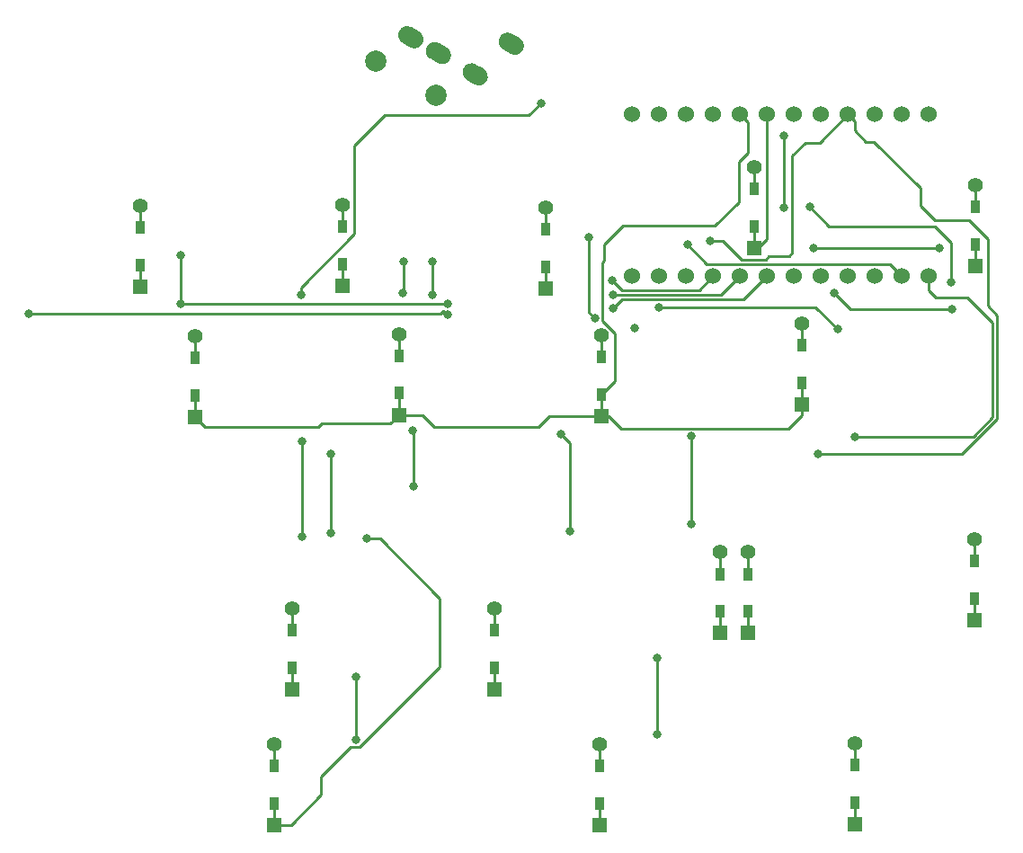
<source format=gbr>
G04 #@! TF.GenerationSoftware,KiCad,Pcbnew,(5.1.6-0-10_14)*
G04 #@! TF.CreationDate,2022-05-29T14:18:20+09:00*
G04 #@! TF.ProjectId,cool936,636f6f6c-3933-4362-9e6b-696361645f70,rev?*
G04 #@! TF.SameCoordinates,Original*
G04 #@! TF.FileFunction,Copper,L1,Top*
G04 #@! TF.FilePolarity,Positive*
%FSLAX46Y46*%
G04 Gerber Fmt 4.6, Leading zero omitted, Abs format (unit mm)*
G04 Created by KiCad (PCBNEW (5.1.6-0-10_14)) date 2022-05-29 14:18:20*
%MOMM*%
%LPD*%
G01*
G04 APERTURE LIST*
G04 #@! TA.AperFunction,SMDPad,CuDef*
%ADD10R,0.950000X1.300000*%
G04 #@! TD*
G04 #@! TA.AperFunction,ComponentPad*
%ADD11R,1.397000X1.397000*%
G04 #@! TD*
G04 #@! TA.AperFunction,ComponentPad*
%ADD12C,1.397000*%
G04 #@! TD*
G04 #@! TA.AperFunction,ComponentPad*
%ADD13C,2.000000*%
G04 #@! TD*
G04 #@! TA.AperFunction,ComponentPad*
%ADD14C,1.524000*%
G04 #@! TD*
G04 #@! TA.AperFunction,ViaPad*
%ADD15C,0.800000*%
G04 #@! TD*
G04 #@! TA.AperFunction,Conductor*
%ADD16C,0.250000*%
G04 #@! TD*
G04 APERTURE END LIST*
D10*
X246980000Y-2565000D03*
D11*
X246980000Y-4600000D03*
D12*
X246980000Y3020000D03*
D10*
X246980000Y985000D03*
X243780000Y-38825000D03*
D11*
X243780000Y-40860000D03*
D12*
X243780000Y-33240000D03*
D10*
X243780000Y-35275000D03*
X201760000Y-56865000D03*
D11*
X201760000Y-58900000D03*
D12*
X201760000Y-51280000D03*
D10*
X201760000Y-53315000D03*
X232570000Y-18385000D03*
D11*
X232570000Y-20420000D03*
D12*
X232570000Y-12800000D03*
D10*
X232570000Y-14835000D03*
X189180000Y-6195000D03*
D11*
X189180000Y-8230000D03*
D12*
X189180000Y-610000D03*
D10*
X189180000Y-2645000D03*
X251440000Y-17285000D03*
D11*
X251440000Y-19320000D03*
D12*
X251440000Y-11700000D03*
D10*
X251440000Y-13735000D03*
X267750000Y-37595000D03*
D11*
X267750000Y-39630000D03*
D12*
X267750000Y-32010000D03*
D10*
X267750000Y-34045000D03*
X256480000Y-56850000D03*
D11*
X256480000Y-58885000D03*
D12*
X256480000Y-51265000D03*
D10*
X256480000Y-53300000D03*
X232390000Y-53365000D03*
D12*
X232390000Y-51330000D03*
D11*
X232390000Y-58950000D03*
D10*
X232390000Y-56915000D03*
X208240000Y-6065000D03*
D11*
X208240000Y-8100000D03*
D12*
X208240000Y-480000D03*
D10*
X208240000Y-2515000D03*
D13*
X217014583Y9775000D03*
X211385417Y13025000D03*
D14*
X263438000Y-7201400D03*
X260898000Y-7201400D03*
X258358000Y-7201400D03*
X255818000Y-7201400D03*
X253278000Y-7201400D03*
X250738000Y-7201400D03*
X248198000Y-7201400D03*
X245658000Y-7201400D03*
X243118000Y-7201400D03*
X240578000Y-7201400D03*
X238038000Y-7201400D03*
X235498000Y-7201400D03*
X235498000Y8018600D03*
X238038000Y8018600D03*
X240578000Y8018600D03*
X243118000Y8018600D03*
X245658000Y8018600D03*
X248198000Y8018600D03*
X250738000Y8018600D03*
X253278000Y8018600D03*
X255818000Y8018600D03*
X258358000Y8018600D03*
X260898000Y8018600D03*
X263438000Y8018600D03*
D10*
X246430000Y-38825000D03*
D11*
X246430000Y-40860000D03*
D12*
X246430000Y-33240000D03*
D10*
X246430000Y-35275000D03*
X194340000Y-18485000D03*
D11*
X194340000Y-20520000D03*
D12*
X194340000Y-12900000D03*
D10*
X194340000Y-14935000D03*
X222500000Y-44145000D03*
D11*
X222500000Y-46180000D03*
D12*
X222500000Y-38560000D03*
D10*
X222500000Y-40595000D03*
X203500000Y-44115000D03*
D11*
X203500000Y-46150000D03*
D12*
X203500000Y-38530000D03*
D10*
X203500000Y-40565000D03*
G04 #@! TA.AperFunction,ComponentPad*
G36*
G01*
X224187690Y15604775D02*
X224880510Y15204775D01*
G75*
G02*
X225191632Y14043653I-425000J-736122D01*
G01*
X225191632Y14043653D01*
G75*
G02*
X224030510Y13732531I-736122J425000D01*
G01*
X223337690Y14132531D01*
G75*
G02*
X223026568Y15293653I425000J736122D01*
G01*
X223026568Y15293653D01*
G75*
G02*
X224187690Y15604775I736122J-425000D01*
G01*
G37*
G04 #@! TD.AperFunction*
G04 #@! TA.AperFunction,ComponentPad*
G36*
G01*
X220788652Y12717469D02*
X221481472Y12317469D01*
G75*
G02*
X221792594Y11156347I-425000J-736122D01*
G01*
X221792594Y11156347D01*
G75*
G02*
X220631472Y10845225I-736122J425000D01*
G01*
X219938652Y11245225D01*
G75*
G02*
X219627530Y12406347I425000J736122D01*
G01*
X219627530Y12406347D01*
G75*
G02*
X220788652Y12717469I736122J-425000D01*
G01*
G37*
G04 #@! TD.AperFunction*
G04 #@! TA.AperFunction,ComponentPad*
G36*
G01*
X217324550Y14717469D02*
X218017370Y14317469D01*
G75*
G02*
X218328492Y13156347I-425000J-736122D01*
G01*
X218328492Y13156347D01*
G75*
G02*
X217167370Y12845225I-736122J425000D01*
G01*
X216474550Y13245225D01*
G75*
G02*
X216163428Y14406347I425000J736122D01*
G01*
X216163428Y14406347D01*
G75*
G02*
X217324550Y14717469I736122J-425000D01*
G01*
G37*
G04 #@! TD.AperFunction*
G04 #@! TA.AperFunction,ComponentPad*
G36*
G01*
X214726474Y16217469D02*
X215419294Y15817469D01*
G75*
G02*
X215730416Y14656347I-425000J-736122D01*
G01*
X215730416Y14656347D01*
G75*
G02*
X214569294Y14345225I-736122J425000D01*
G01*
X213876474Y14745225D01*
G75*
G02*
X213565352Y15906347I425000J736122D01*
G01*
X213565352Y15906347D01*
G75*
G02*
X214726474Y16217469I736122J-425000D01*
G01*
G37*
G04 #@! TD.AperFunction*
X213520000Y-18255000D03*
D11*
X213520000Y-20290000D03*
D12*
X213520000Y-12670000D03*
D10*
X213520000Y-14705000D03*
X227340000Y-6325000D03*
D11*
X227340000Y-8360000D03*
D12*
X227340000Y-740000D03*
D10*
X227340000Y-2775000D03*
X267830000Y-4255000D03*
D11*
X267830000Y-6290000D03*
D12*
X267830000Y1330000D03*
D10*
X267830000Y-705000D03*
D15*
X235760000Y-12140000D03*
X252550000Y-4600000D03*
X264420000Y-4600000D03*
X254570000Y-8840000D03*
X265610000Y-10320000D03*
X249791501Y-768499D03*
X249780000Y6020000D03*
X207080000Y-31419999D03*
X204310000Y-8955000D03*
X210460000Y-31950000D03*
X226890000Y9060000D03*
X207080000Y-23960000D03*
X214900000Y-27000000D03*
X214860000Y-21770000D03*
X213860000Y-8840000D03*
X213940000Y-5850000D03*
X242880000Y-3880000D03*
X252990000Y-24010000D03*
X240710000Y-4280000D03*
X256470000Y-22320000D03*
X178652500Y-10747500D03*
X218140000Y-10880000D03*
X233740000Y-10220000D03*
X192970000Y-9810000D03*
X233700000Y-8970000D03*
X204440000Y-22820000D03*
X209450000Y-50860000D03*
X209460000Y-44950000D03*
X204410000Y-31760000D03*
X218120000Y-9800000D03*
X192970000Y-5260000D03*
X237880000Y-50360000D03*
X228770000Y-22100000D03*
X216650000Y-8960000D03*
X237890000Y-43210000D03*
X216650000Y-5880000D03*
X233630000Y-7600000D03*
X229640000Y-31240000D03*
X241060000Y-22310000D03*
X241060000Y-30590000D03*
X231450000Y-3560000D03*
X231980000Y-11210000D03*
X252230000Y-710000D03*
X238060000Y-10150000D03*
X254830000Y-12190000D03*
X265530000Y-7840000D03*
D16*
X189180000Y-610000D02*
X189180000Y-2645000D01*
X208240000Y-480000D02*
X208240000Y-2515000D01*
X227340000Y-740000D02*
X227340000Y-2775000D01*
X246980000Y3020000D02*
X246980000Y985000D01*
X194340000Y-12900000D02*
X194340000Y-14935000D01*
X213520000Y-12670000D02*
X213520000Y-14705000D01*
X232570000Y-12800000D02*
X232570000Y-14835000D01*
X251440000Y-11700000D02*
X251440000Y-13735000D01*
X267750000Y-32010000D02*
X267750000Y-34045000D01*
X203500000Y-38530000D02*
X203500000Y-40565000D01*
X222500000Y-40595000D02*
X222500000Y-38560000D01*
X243780000Y-35275000D02*
X243780000Y-33240000D01*
X201760000Y-51280000D02*
X201760000Y-53315000D01*
X267830000Y1330000D02*
X267830000Y-705000D01*
X256480000Y-51265000D02*
X256480000Y-53300000D01*
X246430000Y-33240000D02*
X246430000Y-35275000D01*
X232390000Y-51330000D02*
X232390000Y-53365000D01*
X208240000Y-6065000D02*
X208240000Y-8100000D01*
X246980000Y-4600000D02*
X246980000Y-2565000D01*
X189180000Y-8230000D02*
X189180000Y-6195000D01*
X252550000Y-4600000D02*
X264420000Y-4600000D01*
X267830000Y-4255000D02*
X267830000Y-6290000D01*
X227340000Y-6325000D02*
X227340000Y-8360000D01*
X247320000Y-4600000D02*
X246980000Y-4600000D01*
X248198000Y8018600D02*
X248198000Y-3722000D01*
X248198000Y-3722000D02*
X247320000Y-4600000D01*
X232570000Y-20420000D02*
X227650000Y-20420000D01*
X239580000Y-2470000D02*
X240340000Y-2470000D01*
X246410000Y7270000D02*
X246410000Y4400000D01*
X243290000Y-2470000D02*
X239580000Y-2470000D01*
X245530000Y-230000D02*
X243290000Y-2470000D01*
X234590000Y-2470000D02*
X239580000Y-2470000D01*
X245530000Y3520000D02*
X245530000Y-230000D01*
X246410000Y4400000D02*
X245530000Y3520000D01*
X245658000Y8018600D02*
X245661400Y8018600D01*
X245661400Y8018600D02*
X246410000Y7270000D01*
X213520000Y-20290000D02*
X212700000Y-21110000D01*
X232850000Y-5770000D02*
X232850000Y-4210000D01*
X234424999Y-21574999D02*
X233270000Y-20420000D01*
X232705001Y-5914999D02*
X232850000Y-5770000D01*
X233880000Y-17075000D02*
X233880000Y-12595218D01*
X232705001Y-11420219D02*
X232705001Y-5914999D01*
X232570000Y-18385000D02*
X233880000Y-17075000D01*
X233270000Y-20420000D02*
X232570000Y-20420000D01*
X251440000Y-19320000D02*
X251440000Y-20330000D01*
X251440000Y-20330000D02*
X250195001Y-21574999D01*
X250195001Y-21574999D02*
X234424999Y-21574999D01*
X233880000Y-12595218D02*
X232705001Y-11420219D01*
X226644999Y-21425001D02*
X216845001Y-21425001D01*
X194340000Y-18485000D02*
X194340000Y-20520000D01*
X227650000Y-20420000D02*
X226644999Y-21425001D01*
X267750000Y-37595000D02*
X267750000Y-39630000D01*
X213520000Y-18255000D02*
X213520000Y-20290000D01*
X216845001Y-21425001D02*
X215710000Y-20290000D01*
X215710000Y-20290000D02*
X213520000Y-20290000D01*
X195245001Y-21425001D02*
X194340000Y-20520000D01*
X206242502Y-21110000D02*
X205927501Y-21425001D01*
X205927501Y-21425001D02*
X195245001Y-21425001D01*
X212700000Y-21110000D02*
X206242502Y-21110000D01*
X251440000Y-17285000D02*
X251440000Y-19320000D01*
X232570000Y-18385000D02*
X232570000Y-20420000D01*
X232850000Y-4210000D02*
X234590000Y-2470000D01*
X246430000Y-38825000D02*
X246430000Y-40860000D01*
X243780000Y-40860000D02*
X243780000Y-38825000D01*
X203500000Y-44115000D02*
X203500000Y-46150000D01*
X249780000Y6020000D02*
X249780000Y-756998D01*
X256050000Y-10320000D02*
X255330000Y-9600000D01*
X222500000Y-44145000D02*
X222500000Y-46180000D01*
X249780000Y-756998D02*
X249791501Y-768499D01*
X265610000Y-10320000D02*
X256050000Y-10320000D01*
X255330000Y-9600000D02*
X254570000Y-8840000D01*
X209340000Y5090000D02*
X209340000Y-3254998D01*
X203370000Y-58900000D02*
X206190000Y-56080000D01*
X206190000Y-56080000D02*
X206190000Y-54388998D01*
X209798001Y-51585001D02*
X217360000Y-44023002D01*
X217360000Y-44023002D02*
X217360000Y-37560000D01*
X209340000Y-3254998D02*
X204310000Y-8284998D01*
X212170000Y7920000D02*
X209340000Y5090000D01*
X204310000Y-8284998D02*
X204310000Y-8955000D01*
X201760000Y-58900000D02*
X203370000Y-58900000D01*
X206190000Y-54388998D02*
X208993997Y-51585001D01*
X207080000Y-23960000D02*
X207080000Y-31620000D01*
X256480000Y-56850000D02*
X256480000Y-58885000D01*
X226890000Y9060000D02*
X225750000Y7920000D01*
X217360000Y-37560000D02*
X211750000Y-31950000D01*
X211750000Y-31950000D02*
X210460000Y-31950000D01*
X232390000Y-56915000D02*
X232390000Y-58950000D01*
X201760000Y-56865000D02*
X201760000Y-58900000D01*
X225750000Y7920000D02*
X212170000Y7920000D01*
X208993997Y-51585001D02*
X209798001Y-51585001D01*
X214900000Y-21810000D02*
X214860000Y-21770000D01*
X214900000Y-27000000D02*
X214900000Y-21810000D01*
X213940000Y-5850000D02*
X213940000Y-8760000D01*
X213940000Y-8760000D02*
X213860000Y-8840000D01*
X251830000Y5350000D02*
X250580000Y4100000D01*
X248060000Y-5640000D02*
X245780000Y-5640000D01*
X250580000Y-5040000D02*
X250295000Y-5325000D01*
X250295000Y-5325000D02*
X248375000Y-5325000D01*
X248375000Y-5325000D02*
X248060000Y-5640000D01*
X245780000Y-5640000D02*
X244020000Y-3880000D01*
X244020000Y-3880000D02*
X242880000Y-3880000D01*
X252990000Y-24010000D02*
X266556410Y-24010000D01*
X269878205Y-10898205D02*
X269020000Y-10040000D01*
X269878205Y-20688205D02*
X269878205Y-10898205D01*
X267265002Y-1980000D02*
X264000000Y-1980000D01*
X258280000Y5450000D02*
X257520000Y5450000D01*
X266556410Y-24010000D02*
X269878205Y-20688205D01*
X269020000Y-10040000D02*
X269020000Y-3734998D01*
X264000000Y-1980000D02*
X262640000Y-620000D01*
X269020000Y-3734998D02*
X267265002Y-1980000D01*
X262640000Y-620000D02*
X262640000Y1090000D01*
X262640000Y1090000D02*
X258280000Y5450000D01*
X257520000Y5450000D02*
X256475000Y6495000D01*
X256475000Y6495000D02*
X256475000Y7361600D01*
X256475000Y7361600D02*
X255818000Y8018600D01*
X255818000Y8018600D02*
X253149400Y5350000D01*
X253149400Y5350000D02*
X251830000Y5350000D01*
X250580000Y4100000D02*
X250580000Y-5040000D01*
X259786610Y-6090010D02*
X260898000Y-7201400D01*
X240710000Y-4280000D02*
X242520010Y-6090010D01*
X242520010Y-6090010D02*
X259786610Y-6090010D01*
X260938000Y-7088000D02*
X260938000Y-7521400D01*
X256470000Y-22320000D02*
X267610000Y-22320000D01*
X267040000Y-9240000D02*
X264080000Y-9240000D01*
X267610000Y-22320000D02*
X269395000Y-20535000D01*
X269395000Y-11595000D02*
X267040000Y-9240000D01*
X269395000Y-20535000D02*
X269395000Y-11595000D01*
X264080000Y-9240000D02*
X263438000Y-8598000D01*
X263438000Y-8598000D02*
X263438000Y-7201400D01*
X217452500Y-10747500D02*
X178652500Y-10747500D01*
X218140000Y-10880000D02*
X217730000Y-10470000D01*
X245670010Y-9420010D02*
X234539990Y-9420010D01*
X248198000Y-7201400D02*
X245979390Y-9420010D01*
X234539990Y-9420010D02*
X233740000Y-10220000D01*
X245979390Y-9420010D02*
X245670010Y-9420010D01*
X217730000Y-10470000D02*
X217452500Y-10747500D01*
X204440000Y-31730000D02*
X204410000Y-31760000D01*
X192980000Y-9800000D02*
X192970000Y-9810000D01*
X192970000Y-5260000D02*
X192970000Y-9810000D01*
X243550000Y-8970000D02*
X233700000Y-8970000D01*
X204440000Y-22820000D02*
X204440000Y-31730000D01*
X218120000Y-9800000D02*
X192980000Y-9800000D01*
X243889400Y-8970000D02*
X243550000Y-8970000D01*
X209450000Y-44960000D02*
X209460000Y-44950000D01*
X245658000Y-7201400D02*
X243889400Y-8970000D01*
X209450000Y-50860000D02*
X209450000Y-44960000D01*
X237890000Y-50350000D02*
X237880000Y-50360000D01*
X243118000Y-7201400D02*
X241799410Y-8519990D01*
X243118000Y-7201400D02*
X242838000Y-7201400D01*
X237890000Y-43210000D02*
X237890000Y-50350000D01*
X241799410Y-8519990D02*
X234549990Y-8519990D01*
X229640000Y-22970000D02*
X229640000Y-31240000D01*
X216650000Y-5880000D02*
X216650000Y-8960000D01*
X234549990Y-8519990D02*
X233630000Y-7600000D01*
X228770000Y-22100000D02*
X229640000Y-22970000D01*
X241060000Y-30590000D02*
X241060000Y-22310000D01*
X231450000Y-10680000D02*
X231980000Y-11210000D01*
X231450000Y-3560000D02*
X231450000Y-10680000D01*
X254830000Y-12190000D02*
X252790000Y-10150000D01*
X265530000Y-7840000D02*
X265530000Y-4050000D01*
X252790000Y-10150000D02*
X250930000Y-10150000D01*
X250930000Y-10150000D02*
X251310000Y-10150000D01*
X254050000Y-2530000D02*
X252230000Y-710000D01*
X265530000Y-7840000D02*
X265530000Y-7840000D01*
X265530000Y-4050000D02*
X264010000Y-2530000D01*
X264010000Y-2530000D02*
X254050000Y-2530000D01*
X238060000Y-10150000D02*
X250930000Y-10150000D01*
M02*

</source>
